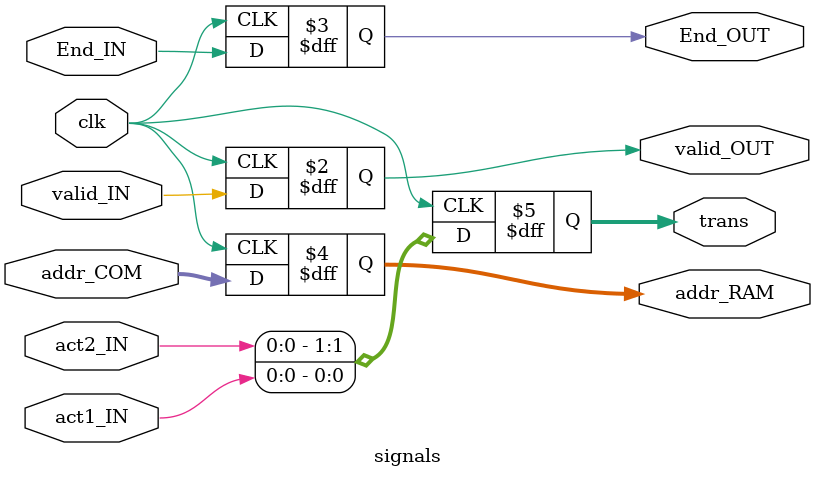
<source format=v>
module signals(
	clk,
	valid_IN,
	End_IN,
	act1_IN,
	act2_IN,
	addr_COM,
	valid_OUT,
	End_OUT,
	addr_RAM,
	trans
);

	input clk;
	input valid_IN;
	input End_IN;
	input act1_IN;
	input act2_IN;
	input [63:0] addr_COM;
	
	output reg valid_OUT;
	output reg End_OUT;
	output reg [63:0] addr_RAM;
	output reg [1:0] trans;
	
always @(posedge clk) begin
	valid_OUT <= valid_IN;
	End_OUT <= End_IN;
	addr_RAM <= addr_COM;
	trans[0] <= act1_IN;
	trans[1] <= act2_IN;
	$display("trans = %b",trans);
	if(valid_IN) begin
		$display("Dato valido");
	end else begin
		$display("Dato no valido");
	end
end

endmodule
</source>
